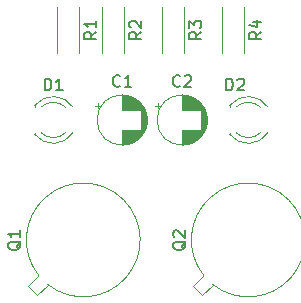
<source format=gbr>
%TF.GenerationSoftware,KiCad,Pcbnew,(5.1.12)-1*%
%TF.CreationDate,2023-08-26T20:17:23+05:30*%
%TF.ProjectId,flasher,666c6173-6865-4722-9e6b-696361645f70,rev?*%
%TF.SameCoordinates,Original*%
%TF.FileFunction,Legend,Top*%
%TF.FilePolarity,Positive*%
%FSLAX46Y46*%
G04 Gerber Fmt 4.6, Leading zero omitted, Abs format (unit mm)*
G04 Created by KiCad (PCBNEW (5.1.12)-1) date 2023-08-26 20:17:23*
%MOMM*%
%LPD*%
G01*
G04 APERTURE LIST*
%ADD10C,0.120000*%
%ADD11C,0.150000*%
G04 APERTURE END LIST*
D10*
%TO.C,R4*%
X150780000Y-85710000D02*
X150780000Y-89550000D01*
X148940000Y-85710000D02*
X148940000Y-89550000D01*
%TO.C,R3*%
X145700000Y-85710000D02*
X145700000Y-89550000D01*
X143860000Y-85710000D02*
X143860000Y-89550000D01*
%TO.C,R2*%
X140620000Y-85710000D02*
X140620000Y-89550000D01*
X138780000Y-85710000D02*
X138780000Y-89550000D01*
%TO.C,R1*%
X136810000Y-85710000D02*
X136810000Y-89550000D01*
X134970000Y-85710000D02*
X134970000Y-89550000D01*
%TO.C,Q2*%
X147355098Y-108407084D02*
X146464144Y-109298039D01*
X146464144Y-109298039D02*
X147241961Y-110075856D01*
X147241961Y-110075856D02*
X148132916Y-109184902D01*
X148132629Y-109184674D02*
G75*
G03*
X147355098Y-108407084I2997371J3774674D01*
G01*
%TO.C,Q1*%
X133385098Y-108407084D02*
X132494144Y-109298039D01*
X132494144Y-109298039D02*
X133271961Y-110075856D01*
X133271961Y-110075856D02*
X134162916Y-109184902D01*
X134162629Y-109184674D02*
G75*
G03*
X133385098Y-108407084I2997371J3774674D01*
G01*
%TO.C,D2*%
X149570000Y-94014000D02*
X149570000Y-94170000D01*
X149570000Y-96330000D02*
X149570000Y-96486000D01*
X152171130Y-96329837D02*
G75*
G02*
X150089039Y-96330000I-1041130J1079837D01*
G01*
X152171130Y-94170163D02*
G75*
G03*
X150089039Y-94170000I-1041130J-1079837D01*
G01*
X152802335Y-96328608D02*
G75*
G02*
X149570000Y-96485516I-1672335J1078608D01*
G01*
X152802335Y-94171392D02*
G75*
G03*
X149570000Y-94014484I-1672335J-1078608D01*
G01*
%TO.C,D1*%
X133060000Y-94014000D02*
X133060000Y-94170000D01*
X133060000Y-96330000D02*
X133060000Y-96486000D01*
X135661130Y-96329837D02*
G75*
G02*
X133579039Y-96330000I-1041130J1079837D01*
G01*
X135661130Y-94170163D02*
G75*
G03*
X133579039Y-94170000I-1041130J-1079837D01*
G01*
X136292335Y-96328608D02*
G75*
G02*
X133060000Y-96485516I-1672335J1078608D01*
G01*
X136292335Y-94171392D02*
G75*
G03*
X133060000Y-94014484I-1672335J-1078608D01*
G01*
%TO.C,C2*%
X147650000Y-95250000D02*
G75*
G03*
X147650000Y-95250000I-2120000J0D01*
G01*
X145530000Y-96090000D02*
X145530000Y-97330000D01*
X145530000Y-93170000D02*
X145530000Y-94410000D01*
X145570000Y-96090000D02*
X145570000Y-97330000D01*
X145570000Y-93170000D02*
X145570000Y-94410000D01*
X145610000Y-96090000D02*
X145610000Y-97329000D01*
X145610000Y-93171000D02*
X145610000Y-94410000D01*
X145650000Y-93173000D02*
X145650000Y-94410000D01*
X145650000Y-96090000D02*
X145650000Y-97327000D01*
X145690000Y-93176000D02*
X145690000Y-94410000D01*
X145690000Y-96090000D02*
X145690000Y-97324000D01*
X145730000Y-93179000D02*
X145730000Y-94410000D01*
X145730000Y-96090000D02*
X145730000Y-97321000D01*
X145770000Y-93183000D02*
X145770000Y-94410000D01*
X145770000Y-96090000D02*
X145770000Y-97317000D01*
X145810000Y-93188000D02*
X145810000Y-94410000D01*
X145810000Y-96090000D02*
X145810000Y-97312000D01*
X145850000Y-93194000D02*
X145850000Y-94410000D01*
X145850000Y-96090000D02*
X145850000Y-97306000D01*
X145890000Y-93200000D02*
X145890000Y-94410000D01*
X145890000Y-96090000D02*
X145890000Y-97300000D01*
X145930000Y-93208000D02*
X145930000Y-94410000D01*
X145930000Y-96090000D02*
X145930000Y-97292000D01*
X145970000Y-93216000D02*
X145970000Y-94410000D01*
X145970000Y-96090000D02*
X145970000Y-97284000D01*
X146010000Y-93225000D02*
X146010000Y-94410000D01*
X146010000Y-96090000D02*
X146010000Y-97275000D01*
X146050000Y-93234000D02*
X146050000Y-94410000D01*
X146050000Y-96090000D02*
X146050000Y-97266000D01*
X146090000Y-93245000D02*
X146090000Y-94410000D01*
X146090000Y-96090000D02*
X146090000Y-97255000D01*
X146130000Y-93256000D02*
X146130000Y-94410000D01*
X146130000Y-96090000D02*
X146130000Y-97244000D01*
X146170000Y-93268000D02*
X146170000Y-94410000D01*
X146170000Y-96090000D02*
X146170000Y-97232000D01*
X146210000Y-93282000D02*
X146210000Y-94410000D01*
X146210000Y-96090000D02*
X146210000Y-97218000D01*
X146251000Y-93296000D02*
X146251000Y-94410000D01*
X146251000Y-96090000D02*
X146251000Y-97204000D01*
X146291000Y-93310000D02*
X146291000Y-94410000D01*
X146291000Y-96090000D02*
X146291000Y-97190000D01*
X146331000Y-93326000D02*
X146331000Y-94410000D01*
X146331000Y-96090000D02*
X146331000Y-97174000D01*
X146371000Y-93343000D02*
X146371000Y-94410000D01*
X146371000Y-96090000D02*
X146371000Y-97157000D01*
X146411000Y-93361000D02*
X146411000Y-94410000D01*
X146411000Y-96090000D02*
X146411000Y-97139000D01*
X146451000Y-93380000D02*
X146451000Y-94410000D01*
X146451000Y-96090000D02*
X146451000Y-97120000D01*
X146491000Y-93399000D02*
X146491000Y-94410000D01*
X146491000Y-96090000D02*
X146491000Y-97101000D01*
X146531000Y-93420000D02*
X146531000Y-94410000D01*
X146531000Y-96090000D02*
X146531000Y-97080000D01*
X146571000Y-93442000D02*
X146571000Y-94410000D01*
X146571000Y-96090000D02*
X146571000Y-97058000D01*
X146611000Y-93465000D02*
X146611000Y-94410000D01*
X146611000Y-96090000D02*
X146611000Y-97035000D01*
X146651000Y-93490000D02*
X146651000Y-94410000D01*
X146651000Y-96090000D02*
X146651000Y-97010000D01*
X146691000Y-93515000D02*
X146691000Y-94410000D01*
X146691000Y-96090000D02*
X146691000Y-96985000D01*
X146731000Y-93542000D02*
X146731000Y-94410000D01*
X146731000Y-96090000D02*
X146731000Y-96958000D01*
X146771000Y-93570000D02*
X146771000Y-94410000D01*
X146771000Y-96090000D02*
X146771000Y-96930000D01*
X146811000Y-93600000D02*
X146811000Y-94410000D01*
X146811000Y-96090000D02*
X146811000Y-96900000D01*
X146851000Y-93631000D02*
X146851000Y-94410000D01*
X146851000Y-96090000D02*
X146851000Y-96869000D01*
X146891000Y-93663000D02*
X146891000Y-94410000D01*
X146891000Y-96090000D02*
X146891000Y-96837000D01*
X146931000Y-93698000D02*
X146931000Y-94410000D01*
X146931000Y-96090000D02*
X146931000Y-96802000D01*
X146971000Y-93734000D02*
X146971000Y-94410000D01*
X146971000Y-96090000D02*
X146971000Y-96766000D01*
X147011000Y-93772000D02*
X147011000Y-94410000D01*
X147011000Y-96090000D02*
X147011000Y-96728000D01*
X147051000Y-93812000D02*
X147051000Y-94410000D01*
X147051000Y-96090000D02*
X147051000Y-96688000D01*
X147091000Y-93854000D02*
X147091000Y-94410000D01*
X147091000Y-96090000D02*
X147091000Y-96646000D01*
X147131000Y-93899000D02*
X147131000Y-96601000D01*
X147171000Y-93946000D02*
X147171000Y-96554000D01*
X147211000Y-93996000D02*
X147211000Y-96504000D01*
X147251000Y-94050000D02*
X147251000Y-96450000D01*
X147291000Y-94108000D02*
X147291000Y-96392000D01*
X147331000Y-94170000D02*
X147331000Y-96330000D01*
X147371000Y-94237000D02*
X147371000Y-96263000D01*
X147411000Y-94310000D02*
X147411000Y-96190000D01*
X147451000Y-94391000D02*
X147451000Y-96109000D01*
X147491000Y-94482000D02*
X147491000Y-96018000D01*
X147531000Y-94586000D02*
X147531000Y-95914000D01*
X147571000Y-94713000D02*
X147571000Y-95787000D01*
X147611000Y-94880000D02*
X147611000Y-95620000D01*
X143260199Y-94055000D02*
X143660199Y-94055000D01*
X143460199Y-93855000D02*
X143460199Y-94255000D01*
%TO.C,C1*%
X142570000Y-95250000D02*
G75*
G03*
X142570000Y-95250000I-2120000J0D01*
G01*
X140450000Y-96090000D02*
X140450000Y-97330000D01*
X140450000Y-93170000D02*
X140450000Y-94410000D01*
X140490000Y-96090000D02*
X140490000Y-97330000D01*
X140490000Y-93170000D02*
X140490000Y-94410000D01*
X140530000Y-96090000D02*
X140530000Y-97329000D01*
X140530000Y-93171000D02*
X140530000Y-94410000D01*
X140570000Y-93173000D02*
X140570000Y-94410000D01*
X140570000Y-96090000D02*
X140570000Y-97327000D01*
X140610000Y-93176000D02*
X140610000Y-94410000D01*
X140610000Y-96090000D02*
X140610000Y-97324000D01*
X140650000Y-93179000D02*
X140650000Y-94410000D01*
X140650000Y-96090000D02*
X140650000Y-97321000D01*
X140690000Y-93183000D02*
X140690000Y-94410000D01*
X140690000Y-96090000D02*
X140690000Y-97317000D01*
X140730000Y-93188000D02*
X140730000Y-94410000D01*
X140730000Y-96090000D02*
X140730000Y-97312000D01*
X140770000Y-93194000D02*
X140770000Y-94410000D01*
X140770000Y-96090000D02*
X140770000Y-97306000D01*
X140810000Y-93200000D02*
X140810000Y-94410000D01*
X140810000Y-96090000D02*
X140810000Y-97300000D01*
X140850000Y-93208000D02*
X140850000Y-94410000D01*
X140850000Y-96090000D02*
X140850000Y-97292000D01*
X140890000Y-93216000D02*
X140890000Y-94410000D01*
X140890000Y-96090000D02*
X140890000Y-97284000D01*
X140930000Y-93225000D02*
X140930000Y-94410000D01*
X140930000Y-96090000D02*
X140930000Y-97275000D01*
X140970000Y-93234000D02*
X140970000Y-94410000D01*
X140970000Y-96090000D02*
X140970000Y-97266000D01*
X141010000Y-93245000D02*
X141010000Y-94410000D01*
X141010000Y-96090000D02*
X141010000Y-97255000D01*
X141050000Y-93256000D02*
X141050000Y-94410000D01*
X141050000Y-96090000D02*
X141050000Y-97244000D01*
X141090000Y-93268000D02*
X141090000Y-94410000D01*
X141090000Y-96090000D02*
X141090000Y-97232000D01*
X141130000Y-93282000D02*
X141130000Y-94410000D01*
X141130000Y-96090000D02*
X141130000Y-97218000D01*
X141171000Y-93296000D02*
X141171000Y-94410000D01*
X141171000Y-96090000D02*
X141171000Y-97204000D01*
X141211000Y-93310000D02*
X141211000Y-94410000D01*
X141211000Y-96090000D02*
X141211000Y-97190000D01*
X141251000Y-93326000D02*
X141251000Y-94410000D01*
X141251000Y-96090000D02*
X141251000Y-97174000D01*
X141291000Y-93343000D02*
X141291000Y-94410000D01*
X141291000Y-96090000D02*
X141291000Y-97157000D01*
X141331000Y-93361000D02*
X141331000Y-94410000D01*
X141331000Y-96090000D02*
X141331000Y-97139000D01*
X141371000Y-93380000D02*
X141371000Y-94410000D01*
X141371000Y-96090000D02*
X141371000Y-97120000D01*
X141411000Y-93399000D02*
X141411000Y-94410000D01*
X141411000Y-96090000D02*
X141411000Y-97101000D01*
X141451000Y-93420000D02*
X141451000Y-94410000D01*
X141451000Y-96090000D02*
X141451000Y-97080000D01*
X141491000Y-93442000D02*
X141491000Y-94410000D01*
X141491000Y-96090000D02*
X141491000Y-97058000D01*
X141531000Y-93465000D02*
X141531000Y-94410000D01*
X141531000Y-96090000D02*
X141531000Y-97035000D01*
X141571000Y-93490000D02*
X141571000Y-94410000D01*
X141571000Y-96090000D02*
X141571000Y-97010000D01*
X141611000Y-93515000D02*
X141611000Y-94410000D01*
X141611000Y-96090000D02*
X141611000Y-96985000D01*
X141651000Y-93542000D02*
X141651000Y-94410000D01*
X141651000Y-96090000D02*
X141651000Y-96958000D01*
X141691000Y-93570000D02*
X141691000Y-94410000D01*
X141691000Y-96090000D02*
X141691000Y-96930000D01*
X141731000Y-93600000D02*
X141731000Y-94410000D01*
X141731000Y-96090000D02*
X141731000Y-96900000D01*
X141771000Y-93631000D02*
X141771000Y-94410000D01*
X141771000Y-96090000D02*
X141771000Y-96869000D01*
X141811000Y-93663000D02*
X141811000Y-94410000D01*
X141811000Y-96090000D02*
X141811000Y-96837000D01*
X141851000Y-93698000D02*
X141851000Y-94410000D01*
X141851000Y-96090000D02*
X141851000Y-96802000D01*
X141891000Y-93734000D02*
X141891000Y-94410000D01*
X141891000Y-96090000D02*
X141891000Y-96766000D01*
X141931000Y-93772000D02*
X141931000Y-94410000D01*
X141931000Y-96090000D02*
X141931000Y-96728000D01*
X141971000Y-93812000D02*
X141971000Y-94410000D01*
X141971000Y-96090000D02*
X141971000Y-96688000D01*
X142011000Y-93854000D02*
X142011000Y-94410000D01*
X142011000Y-96090000D02*
X142011000Y-96646000D01*
X142051000Y-93899000D02*
X142051000Y-96601000D01*
X142091000Y-93946000D02*
X142091000Y-96554000D01*
X142131000Y-93996000D02*
X142131000Y-96504000D01*
X142171000Y-94050000D02*
X142171000Y-96450000D01*
X142211000Y-94108000D02*
X142211000Y-96392000D01*
X142251000Y-94170000D02*
X142251000Y-96330000D01*
X142291000Y-94237000D02*
X142291000Y-96263000D01*
X142331000Y-94310000D02*
X142331000Y-96190000D01*
X142371000Y-94391000D02*
X142371000Y-96109000D01*
X142411000Y-94482000D02*
X142411000Y-96018000D01*
X142451000Y-94586000D02*
X142451000Y-95914000D01*
X142491000Y-94713000D02*
X142491000Y-95787000D01*
X142531000Y-94880000D02*
X142531000Y-95620000D01*
X138180199Y-94055000D02*
X138580199Y-94055000D01*
X138380199Y-93855000D02*
X138380199Y-94255000D01*
%TO.C,R4*%
D11*
X152232380Y-87796666D02*
X151756190Y-88130000D01*
X152232380Y-88368095D02*
X151232380Y-88368095D01*
X151232380Y-87987142D01*
X151280000Y-87891904D01*
X151327619Y-87844285D01*
X151422857Y-87796666D01*
X151565714Y-87796666D01*
X151660952Y-87844285D01*
X151708571Y-87891904D01*
X151756190Y-87987142D01*
X151756190Y-88368095D01*
X151565714Y-86939523D02*
X152232380Y-86939523D01*
X151184761Y-87177619D02*
X151899047Y-87415714D01*
X151899047Y-86796666D01*
%TO.C,R3*%
X147152380Y-87796666D02*
X146676190Y-88130000D01*
X147152380Y-88368095D02*
X146152380Y-88368095D01*
X146152380Y-87987142D01*
X146200000Y-87891904D01*
X146247619Y-87844285D01*
X146342857Y-87796666D01*
X146485714Y-87796666D01*
X146580952Y-87844285D01*
X146628571Y-87891904D01*
X146676190Y-87987142D01*
X146676190Y-88368095D01*
X146152380Y-87463333D02*
X146152380Y-86844285D01*
X146533333Y-87177619D01*
X146533333Y-87034761D01*
X146580952Y-86939523D01*
X146628571Y-86891904D01*
X146723809Y-86844285D01*
X146961904Y-86844285D01*
X147057142Y-86891904D01*
X147104761Y-86939523D01*
X147152380Y-87034761D01*
X147152380Y-87320476D01*
X147104761Y-87415714D01*
X147057142Y-87463333D01*
%TO.C,R2*%
X142072380Y-87796666D02*
X141596190Y-88130000D01*
X142072380Y-88368095D02*
X141072380Y-88368095D01*
X141072380Y-87987142D01*
X141120000Y-87891904D01*
X141167619Y-87844285D01*
X141262857Y-87796666D01*
X141405714Y-87796666D01*
X141500952Y-87844285D01*
X141548571Y-87891904D01*
X141596190Y-87987142D01*
X141596190Y-88368095D01*
X141167619Y-87415714D02*
X141120000Y-87368095D01*
X141072380Y-87272857D01*
X141072380Y-87034761D01*
X141120000Y-86939523D01*
X141167619Y-86891904D01*
X141262857Y-86844285D01*
X141358095Y-86844285D01*
X141500952Y-86891904D01*
X142072380Y-87463333D01*
X142072380Y-86844285D01*
%TO.C,R1*%
X138262380Y-87796666D02*
X137786190Y-88130000D01*
X138262380Y-88368095D02*
X137262380Y-88368095D01*
X137262380Y-87987142D01*
X137310000Y-87891904D01*
X137357619Y-87844285D01*
X137452857Y-87796666D01*
X137595714Y-87796666D01*
X137690952Y-87844285D01*
X137738571Y-87891904D01*
X137786190Y-87987142D01*
X137786190Y-88368095D01*
X138262380Y-86844285D02*
X138262380Y-87415714D01*
X138262380Y-87130000D02*
X137262380Y-87130000D01*
X137405238Y-87225238D01*
X137500476Y-87320476D01*
X137548095Y-87415714D01*
%TO.C,Q2*%
X145857619Y-105505238D02*
X145810000Y-105600476D01*
X145714761Y-105695714D01*
X145571904Y-105838571D01*
X145524285Y-105933809D01*
X145524285Y-106029047D01*
X145762380Y-105981428D02*
X145714761Y-106076666D01*
X145619523Y-106171904D01*
X145429047Y-106219523D01*
X145095714Y-106219523D01*
X144905238Y-106171904D01*
X144810000Y-106076666D01*
X144762380Y-105981428D01*
X144762380Y-105790952D01*
X144810000Y-105695714D01*
X144905238Y-105600476D01*
X145095714Y-105552857D01*
X145429047Y-105552857D01*
X145619523Y-105600476D01*
X145714761Y-105695714D01*
X145762380Y-105790952D01*
X145762380Y-105981428D01*
X144857619Y-105171904D02*
X144810000Y-105124285D01*
X144762380Y-105029047D01*
X144762380Y-104790952D01*
X144810000Y-104695714D01*
X144857619Y-104648095D01*
X144952857Y-104600476D01*
X145048095Y-104600476D01*
X145190952Y-104648095D01*
X145762380Y-105219523D01*
X145762380Y-104600476D01*
%TO.C,Q1*%
X131887619Y-105505238D02*
X131840000Y-105600476D01*
X131744761Y-105695714D01*
X131601904Y-105838571D01*
X131554285Y-105933809D01*
X131554285Y-106029047D01*
X131792380Y-105981428D02*
X131744761Y-106076666D01*
X131649523Y-106171904D01*
X131459047Y-106219523D01*
X131125714Y-106219523D01*
X130935238Y-106171904D01*
X130840000Y-106076666D01*
X130792380Y-105981428D01*
X130792380Y-105790952D01*
X130840000Y-105695714D01*
X130935238Y-105600476D01*
X131125714Y-105552857D01*
X131459047Y-105552857D01*
X131649523Y-105600476D01*
X131744761Y-105695714D01*
X131792380Y-105790952D01*
X131792380Y-105981428D01*
X131792380Y-104600476D02*
X131792380Y-105171904D01*
X131792380Y-104886190D02*
X130792380Y-104886190D01*
X130935238Y-104981428D01*
X131030476Y-105076666D01*
X131078095Y-105171904D01*
%TO.C,D2*%
X149261904Y-92742380D02*
X149261904Y-91742380D01*
X149500000Y-91742380D01*
X149642857Y-91790000D01*
X149738095Y-91885238D01*
X149785714Y-91980476D01*
X149833333Y-92170952D01*
X149833333Y-92313809D01*
X149785714Y-92504285D01*
X149738095Y-92599523D01*
X149642857Y-92694761D01*
X149500000Y-92742380D01*
X149261904Y-92742380D01*
X150214285Y-91837619D02*
X150261904Y-91790000D01*
X150357142Y-91742380D01*
X150595238Y-91742380D01*
X150690476Y-91790000D01*
X150738095Y-91837619D01*
X150785714Y-91932857D01*
X150785714Y-92028095D01*
X150738095Y-92170952D01*
X150166666Y-92742380D01*
X150785714Y-92742380D01*
%TO.C,D1*%
X133881904Y-92742380D02*
X133881904Y-91742380D01*
X134120000Y-91742380D01*
X134262857Y-91790000D01*
X134358095Y-91885238D01*
X134405714Y-91980476D01*
X134453333Y-92170952D01*
X134453333Y-92313809D01*
X134405714Y-92504285D01*
X134358095Y-92599523D01*
X134262857Y-92694761D01*
X134120000Y-92742380D01*
X133881904Y-92742380D01*
X135405714Y-92742380D02*
X134834285Y-92742380D01*
X135120000Y-92742380D02*
X135120000Y-91742380D01*
X135024761Y-91885238D01*
X134929523Y-91980476D01*
X134834285Y-92028095D01*
%TO.C,C2*%
X145363333Y-92357142D02*
X145315714Y-92404761D01*
X145172857Y-92452380D01*
X145077619Y-92452380D01*
X144934761Y-92404761D01*
X144839523Y-92309523D01*
X144791904Y-92214285D01*
X144744285Y-92023809D01*
X144744285Y-91880952D01*
X144791904Y-91690476D01*
X144839523Y-91595238D01*
X144934761Y-91500000D01*
X145077619Y-91452380D01*
X145172857Y-91452380D01*
X145315714Y-91500000D01*
X145363333Y-91547619D01*
X145744285Y-91547619D02*
X145791904Y-91500000D01*
X145887142Y-91452380D01*
X146125238Y-91452380D01*
X146220476Y-91500000D01*
X146268095Y-91547619D01*
X146315714Y-91642857D01*
X146315714Y-91738095D01*
X146268095Y-91880952D01*
X145696666Y-92452380D01*
X146315714Y-92452380D01*
%TO.C,C1*%
X140283333Y-92357142D02*
X140235714Y-92404761D01*
X140092857Y-92452380D01*
X139997619Y-92452380D01*
X139854761Y-92404761D01*
X139759523Y-92309523D01*
X139711904Y-92214285D01*
X139664285Y-92023809D01*
X139664285Y-91880952D01*
X139711904Y-91690476D01*
X139759523Y-91595238D01*
X139854761Y-91500000D01*
X139997619Y-91452380D01*
X140092857Y-91452380D01*
X140235714Y-91500000D01*
X140283333Y-91547619D01*
X141235714Y-92452380D02*
X140664285Y-92452380D01*
X140950000Y-92452380D02*
X140950000Y-91452380D01*
X140854761Y-91595238D01*
X140759523Y-91690476D01*
X140664285Y-91738095D01*
%TD*%
M02*

</source>
